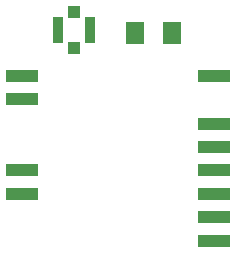
<source format=gtp>
G04 MADE WITH FRITZING*
G04 WWW.FRITZING.ORG*
G04 DOUBLE SIDED*
G04 HOLES PLATED*
G04 CONTOUR ON CENTER OF CONTOUR VECTOR*
%ASAXBY*%
%FSLAX23Y23*%
%MOIN*%
%OFA0B0*%
%SFA1.0B1.0*%
%ADD10R,0.062992X0.074803*%
%ADD11R,0.033465X0.086614*%
%ADD12R,0.039370X0.041339*%
%ADD13R,0.108268X0.039370*%
%ADD14R,0.001000X0.001000*%
%LNPASTEMASK1*%
G90*
G70*
G54D10*
X575Y781D03*
X453Y781D03*
G54D11*
X304Y791D03*
X196Y791D03*
G54D12*
X250Y731D03*
X250Y851D03*
G54D13*
X76Y640D03*
X76Y561D03*
X76Y325D03*
X715Y403D03*
X715Y480D03*
X715Y640D03*
X715Y325D03*
X715Y245D03*
X76Y245D03*
X715Y89D03*
X715Y168D03*
G54D14*
D02*
G04 End of PasteMask1*
M02*
</source>
